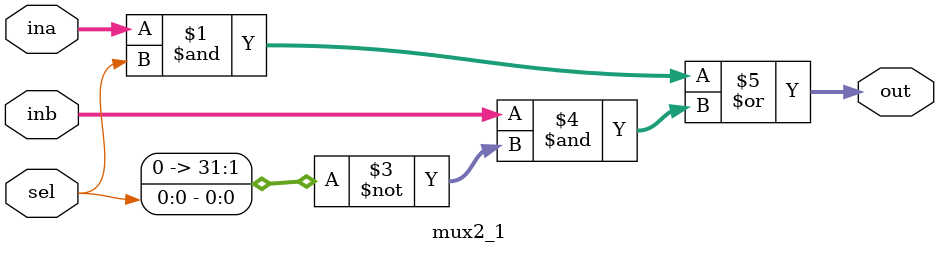
<source format=v>
`timescale 1ns / 1ps

module mux2_1(input [31:0] ina,inb, input sel, 
              output [31:0] out);
    
    assign out = (ina & sel) | (inb & ~sel);
    
endmodule

</source>
